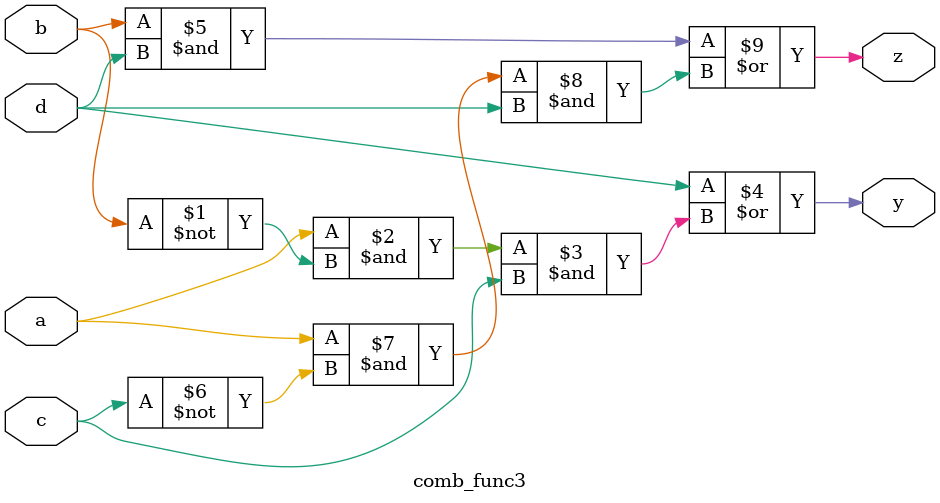
<source format=sv>
module comb_func3(input logic a, b, c, d, output logic y, z);
    assign y = d | (a & ~b & c);
    assign z = (b & d) | (a & ~c & d);
endmodule

</source>
